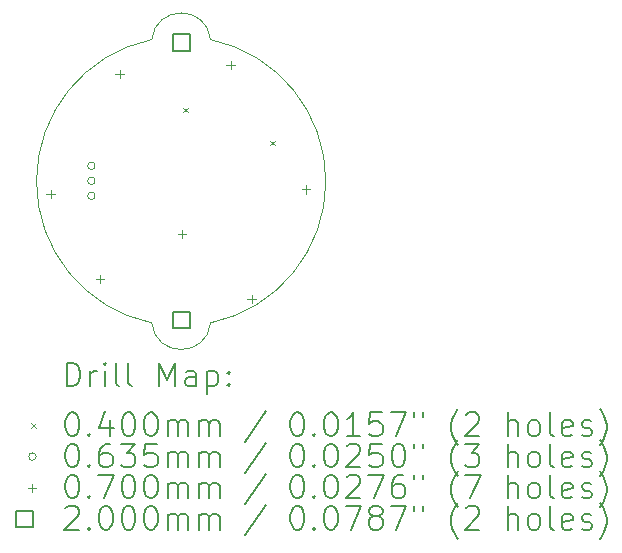
<source format=gbr>
%FSLAX45Y45*%
G04 Gerber Fmt 4.5, Leading zero omitted, Abs format (unit mm)*
G04 Created by KiCad (PCBNEW (6.0.1)) date 2022-03-12 10:24:12*
%MOMM*%
%LPD*%
G01*
G04 APERTURE LIST*
%TA.AperFunction,Profile*%
%ADD10C,0.050000*%
%TD*%
%ADD11C,0.200000*%
%ADD12C,0.040000*%
%ADD13C,0.063500*%
%ADD14C,0.070000*%
G04 APERTURE END LIST*
D10*
X15248695Y-8800510D02*
G75*
G03*
X14751305Y-8800510I-248695J-24490D01*
G01*
X14751305Y-11199490D02*
G75*
G03*
X15248695Y-11199490I248695J24490D01*
G01*
X14751305Y-8800510D02*
G75*
G03*
X14751305Y-11199490I248695J-1199490D01*
G01*
X15248695Y-11199490D02*
G75*
G03*
X15248695Y-8800510I-248695J1199490D01*
G01*
D11*
D12*
X15016800Y-9378000D02*
X15056800Y-9418000D01*
X15056800Y-9378000D02*
X15016800Y-9418000D01*
X15753400Y-9657400D02*
X15793400Y-9697400D01*
X15793400Y-9657400D02*
X15753400Y-9697400D01*
D13*
X14271750Y-9870000D02*
G75*
G03*
X14271750Y-9870000I-31750J0D01*
G01*
X14271750Y-9997000D02*
G75*
G03*
X14271750Y-9997000I-31750J0D01*
G01*
X14271750Y-10124000D02*
G75*
G03*
X14271750Y-10124000I-31750J0D01*
G01*
D14*
X13893800Y-10074200D02*
X13893800Y-10144200D01*
X13858800Y-10109200D02*
X13928800Y-10109200D01*
X14310000Y-10795000D02*
X14310000Y-10865000D01*
X14275000Y-10830000D02*
X14345000Y-10830000D01*
X14478000Y-9058200D02*
X14478000Y-9128200D01*
X14443000Y-9093200D02*
X14513000Y-9093200D01*
X15004700Y-10409400D02*
X15004700Y-10479400D01*
X14969700Y-10444400D02*
X15039700Y-10444400D01*
X15417800Y-8982000D02*
X15417800Y-9052000D01*
X15382800Y-9017000D02*
X15452800Y-9017000D01*
X15595600Y-10963200D02*
X15595600Y-11033200D01*
X15560600Y-10998200D02*
X15630600Y-10998200D01*
X16060000Y-10035000D02*
X16060000Y-10105000D01*
X16025000Y-10070000D02*
X16095000Y-10070000D01*
D11*
X15070711Y-8895711D02*
X15070711Y-8754289D01*
X14929289Y-8754289D01*
X14929289Y-8895711D01*
X15070711Y-8895711D01*
X15070711Y-11245711D02*
X15070711Y-11104289D01*
X14929289Y-11104289D01*
X14929289Y-11245711D01*
X15070711Y-11245711D01*
X14030119Y-11737874D02*
X14030119Y-11537874D01*
X14077738Y-11537874D01*
X14106309Y-11547398D01*
X14125357Y-11566445D01*
X14134881Y-11585493D01*
X14144405Y-11623588D01*
X14144405Y-11652160D01*
X14134881Y-11690255D01*
X14125357Y-11709303D01*
X14106309Y-11728350D01*
X14077738Y-11737874D01*
X14030119Y-11737874D01*
X14230119Y-11737874D02*
X14230119Y-11604541D01*
X14230119Y-11642636D02*
X14239643Y-11623588D01*
X14249167Y-11614064D01*
X14268214Y-11604541D01*
X14287262Y-11604541D01*
X14353928Y-11737874D02*
X14353928Y-11604541D01*
X14353928Y-11537874D02*
X14344405Y-11547398D01*
X14353928Y-11556922D01*
X14363452Y-11547398D01*
X14353928Y-11537874D01*
X14353928Y-11556922D01*
X14477738Y-11737874D02*
X14458690Y-11728350D01*
X14449167Y-11709303D01*
X14449167Y-11537874D01*
X14582500Y-11737874D02*
X14563452Y-11728350D01*
X14553928Y-11709303D01*
X14553928Y-11537874D01*
X14811071Y-11737874D02*
X14811071Y-11537874D01*
X14877738Y-11680731D01*
X14944405Y-11537874D01*
X14944405Y-11737874D01*
X15125357Y-11737874D02*
X15125357Y-11633112D01*
X15115833Y-11614064D01*
X15096786Y-11604541D01*
X15058690Y-11604541D01*
X15039643Y-11614064D01*
X15125357Y-11728350D02*
X15106309Y-11737874D01*
X15058690Y-11737874D01*
X15039643Y-11728350D01*
X15030119Y-11709303D01*
X15030119Y-11690255D01*
X15039643Y-11671207D01*
X15058690Y-11661684D01*
X15106309Y-11661684D01*
X15125357Y-11652160D01*
X15220595Y-11604541D02*
X15220595Y-11804541D01*
X15220595Y-11614064D02*
X15239643Y-11604541D01*
X15277738Y-11604541D01*
X15296786Y-11614064D01*
X15306309Y-11623588D01*
X15315833Y-11642636D01*
X15315833Y-11699779D01*
X15306309Y-11718826D01*
X15296786Y-11728350D01*
X15277738Y-11737874D01*
X15239643Y-11737874D01*
X15220595Y-11728350D01*
X15401548Y-11718826D02*
X15411071Y-11728350D01*
X15401548Y-11737874D01*
X15392024Y-11728350D01*
X15401548Y-11718826D01*
X15401548Y-11737874D01*
X15401548Y-11614064D02*
X15411071Y-11623588D01*
X15401548Y-11633112D01*
X15392024Y-11623588D01*
X15401548Y-11614064D01*
X15401548Y-11633112D01*
D12*
X13732500Y-12047398D02*
X13772500Y-12087398D01*
X13772500Y-12047398D02*
X13732500Y-12087398D01*
D11*
X14068214Y-11957874D02*
X14087262Y-11957874D01*
X14106309Y-11967398D01*
X14115833Y-11976922D01*
X14125357Y-11995969D01*
X14134881Y-12034064D01*
X14134881Y-12081684D01*
X14125357Y-12119779D01*
X14115833Y-12138826D01*
X14106309Y-12148350D01*
X14087262Y-12157874D01*
X14068214Y-12157874D01*
X14049167Y-12148350D01*
X14039643Y-12138826D01*
X14030119Y-12119779D01*
X14020595Y-12081684D01*
X14020595Y-12034064D01*
X14030119Y-11995969D01*
X14039643Y-11976922D01*
X14049167Y-11967398D01*
X14068214Y-11957874D01*
X14220595Y-12138826D02*
X14230119Y-12148350D01*
X14220595Y-12157874D01*
X14211071Y-12148350D01*
X14220595Y-12138826D01*
X14220595Y-12157874D01*
X14401548Y-12024541D02*
X14401548Y-12157874D01*
X14353928Y-11948350D02*
X14306309Y-12091207D01*
X14430119Y-12091207D01*
X14544405Y-11957874D02*
X14563452Y-11957874D01*
X14582500Y-11967398D01*
X14592024Y-11976922D01*
X14601548Y-11995969D01*
X14611071Y-12034064D01*
X14611071Y-12081684D01*
X14601548Y-12119779D01*
X14592024Y-12138826D01*
X14582500Y-12148350D01*
X14563452Y-12157874D01*
X14544405Y-12157874D01*
X14525357Y-12148350D01*
X14515833Y-12138826D01*
X14506309Y-12119779D01*
X14496786Y-12081684D01*
X14496786Y-12034064D01*
X14506309Y-11995969D01*
X14515833Y-11976922D01*
X14525357Y-11967398D01*
X14544405Y-11957874D01*
X14734881Y-11957874D02*
X14753928Y-11957874D01*
X14772976Y-11967398D01*
X14782500Y-11976922D01*
X14792024Y-11995969D01*
X14801548Y-12034064D01*
X14801548Y-12081684D01*
X14792024Y-12119779D01*
X14782500Y-12138826D01*
X14772976Y-12148350D01*
X14753928Y-12157874D01*
X14734881Y-12157874D01*
X14715833Y-12148350D01*
X14706309Y-12138826D01*
X14696786Y-12119779D01*
X14687262Y-12081684D01*
X14687262Y-12034064D01*
X14696786Y-11995969D01*
X14706309Y-11976922D01*
X14715833Y-11967398D01*
X14734881Y-11957874D01*
X14887262Y-12157874D02*
X14887262Y-12024541D01*
X14887262Y-12043588D02*
X14896786Y-12034064D01*
X14915833Y-12024541D01*
X14944405Y-12024541D01*
X14963452Y-12034064D01*
X14972976Y-12053112D01*
X14972976Y-12157874D01*
X14972976Y-12053112D02*
X14982500Y-12034064D01*
X15001548Y-12024541D01*
X15030119Y-12024541D01*
X15049167Y-12034064D01*
X15058690Y-12053112D01*
X15058690Y-12157874D01*
X15153928Y-12157874D02*
X15153928Y-12024541D01*
X15153928Y-12043588D02*
X15163452Y-12034064D01*
X15182500Y-12024541D01*
X15211071Y-12024541D01*
X15230119Y-12034064D01*
X15239643Y-12053112D01*
X15239643Y-12157874D01*
X15239643Y-12053112D02*
X15249167Y-12034064D01*
X15268214Y-12024541D01*
X15296786Y-12024541D01*
X15315833Y-12034064D01*
X15325357Y-12053112D01*
X15325357Y-12157874D01*
X15715833Y-11948350D02*
X15544405Y-12205493D01*
X15972976Y-11957874D02*
X15992024Y-11957874D01*
X16011071Y-11967398D01*
X16020595Y-11976922D01*
X16030119Y-11995969D01*
X16039643Y-12034064D01*
X16039643Y-12081684D01*
X16030119Y-12119779D01*
X16020595Y-12138826D01*
X16011071Y-12148350D01*
X15992024Y-12157874D01*
X15972976Y-12157874D01*
X15953928Y-12148350D01*
X15944405Y-12138826D01*
X15934881Y-12119779D01*
X15925357Y-12081684D01*
X15925357Y-12034064D01*
X15934881Y-11995969D01*
X15944405Y-11976922D01*
X15953928Y-11967398D01*
X15972976Y-11957874D01*
X16125357Y-12138826D02*
X16134881Y-12148350D01*
X16125357Y-12157874D01*
X16115833Y-12148350D01*
X16125357Y-12138826D01*
X16125357Y-12157874D01*
X16258690Y-11957874D02*
X16277738Y-11957874D01*
X16296786Y-11967398D01*
X16306309Y-11976922D01*
X16315833Y-11995969D01*
X16325357Y-12034064D01*
X16325357Y-12081684D01*
X16315833Y-12119779D01*
X16306309Y-12138826D01*
X16296786Y-12148350D01*
X16277738Y-12157874D01*
X16258690Y-12157874D01*
X16239643Y-12148350D01*
X16230119Y-12138826D01*
X16220595Y-12119779D01*
X16211071Y-12081684D01*
X16211071Y-12034064D01*
X16220595Y-11995969D01*
X16230119Y-11976922D01*
X16239643Y-11967398D01*
X16258690Y-11957874D01*
X16515833Y-12157874D02*
X16401548Y-12157874D01*
X16458690Y-12157874D02*
X16458690Y-11957874D01*
X16439643Y-11986445D01*
X16420595Y-12005493D01*
X16401548Y-12015017D01*
X16696786Y-11957874D02*
X16601548Y-11957874D01*
X16592024Y-12053112D01*
X16601548Y-12043588D01*
X16620595Y-12034064D01*
X16668214Y-12034064D01*
X16687262Y-12043588D01*
X16696786Y-12053112D01*
X16706309Y-12072160D01*
X16706309Y-12119779D01*
X16696786Y-12138826D01*
X16687262Y-12148350D01*
X16668214Y-12157874D01*
X16620595Y-12157874D01*
X16601548Y-12148350D01*
X16592024Y-12138826D01*
X16772976Y-11957874D02*
X16906310Y-11957874D01*
X16820595Y-12157874D01*
X16972976Y-11957874D02*
X16972976Y-11995969D01*
X17049167Y-11957874D02*
X17049167Y-11995969D01*
X17344405Y-12234064D02*
X17334881Y-12224541D01*
X17315833Y-12195969D01*
X17306310Y-12176922D01*
X17296786Y-12148350D01*
X17287262Y-12100731D01*
X17287262Y-12062636D01*
X17296786Y-12015017D01*
X17306310Y-11986445D01*
X17315833Y-11967398D01*
X17334881Y-11938826D01*
X17344405Y-11929303D01*
X17411071Y-11976922D02*
X17420595Y-11967398D01*
X17439643Y-11957874D01*
X17487262Y-11957874D01*
X17506310Y-11967398D01*
X17515833Y-11976922D01*
X17525357Y-11995969D01*
X17525357Y-12015017D01*
X17515833Y-12043588D01*
X17401548Y-12157874D01*
X17525357Y-12157874D01*
X17763452Y-12157874D02*
X17763452Y-11957874D01*
X17849167Y-12157874D02*
X17849167Y-12053112D01*
X17839643Y-12034064D01*
X17820595Y-12024541D01*
X17792024Y-12024541D01*
X17772976Y-12034064D01*
X17763452Y-12043588D01*
X17972976Y-12157874D02*
X17953929Y-12148350D01*
X17944405Y-12138826D01*
X17934881Y-12119779D01*
X17934881Y-12062636D01*
X17944405Y-12043588D01*
X17953929Y-12034064D01*
X17972976Y-12024541D01*
X18001548Y-12024541D01*
X18020595Y-12034064D01*
X18030119Y-12043588D01*
X18039643Y-12062636D01*
X18039643Y-12119779D01*
X18030119Y-12138826D01*
X18020595Y-12148350D01*
X18001548Y-12157874D01*
X17972976Y-12157874D01*
X18153929Y-12157874D02*
X18134881Y-12148350D01*
X18125357Y-12129303D01*
X18125357Y-11957874D01*
X18306310Y-12148350D02*
X18287262Y-12157874D01*
X18249167Y-12157874D01*
X18230119Y-12148350D01*
X18220595Y-12129303D01*
X18220595Y-12053112D01*
X18230119Y-12034064D01*
X18249167Y-12024541D01*
X18287262Y-12024541D01*
X18306310Y-12034064D01*
X18315833Y-12053112D01*
X18315833Y-12072160D01*
X18220595Y-12091207D01*
X18392024Y-12148350D02*
X18411071Y-12157874D01*
X18449167Y-12157874D01*
X18468214Y-12148350D01*
X18477738Y-12129303D01*
X18477738Y-12119779D01*
X18468214Y-12100731D01*
X18449167Y-12091207D01*
X18420595Y-12091207D01*
X18401548Y-12081684D01*
X18392024Y-12062636D01*
X18392024Y-12053112D01*
X18401548Y-12034064D01*
X18420595Y-12024541D01*
X18449167Y-12024541D01*
X18468214Y-12034064D01*
X18544405Y-12234064D02*
X18553929Y-12224541D01*
X18572976Y-12195969D01*
X18582500Y-12176922D01*
X18592024Y-12148350D01*
X18601548Y-12100731D01*
X18601548Y-12062636D01*
X18592024Y-12015017D01*
X18582500Y-11986445D01*
X18572976Y-11967398D01*
X18553929Y-11938826D01*
X18544405Y-11929303D01*
D13*
X13772500Y-12331398D02*
G75*
G03*
X13772500Y-12331398I-31750J0D01*
G01*
D11*
X14068214Y-12221874D02*
X14087262Y-12221874D01*
X14106309Y-12231398D01*
X14115833Y-12240922D01*
X14125357Y-12259969D01*
X14134881Y-12298064D01*
X14134881Y-12345684D01*
X14125357Y-12383779D01*
X14115833Y-12402826D01*
X14106309Y-12412350D01*
X14087262Y-12421874D01*
X14068214Y-12421874D01*
X14049167Y-12412350D01*
X14039643Y-12402826D01*
X14030119Y-12383779D01*
X14020595Y-12345684D01*
X14020595Y-12298064D01*
X14030119Y-12259969D01*
X14039643Y-12240922D01*
X14049167Y-12231398D01*
X14068214Y-12221874D01*
X14220595Y-12402826D02*
X14230119Y-12412350D01*
X14220595Y-12421874D01*
X14211071Y-12412350D01*
X14220595Y-12402826D01*
X14220595Y-12421874D01*
X14401548Y-12221874D02*
X14363452Y-12221874D01*
X14344405Y-12231398D01*
X14334881Y-12240922D01*
X14315833Y-12269493D01*
X14306309Y-12307588D01*
X14306309Y-12383779D01*
X14315833Y-12402826D01*
X14325357Y-12412350D01*
X14344405Y-12421874D01*
X14382500Y-12421874D01*
X14401548Y-12412350D01*
X14411071Y-12402826D01*
X14420595Y-12383779D01*
X14420595Y-12336160D01*
X14411071Y-12317112D01*
X14401548Y-12307588D01*
X14382500Y-12298064D01*
X14344405Y-12298064D01*
X14325357Y-12307588D01*
X14315833Y-12317112D01*
X14306309Y-12336160D01*
X14487262Y-12221874D02*
X14611071Y-12221874D01*
X14544405Y-12298064D01*
X14572976Y-12298064D01*
X14592024Y-12307588D01*
X14601548Y-12317112D01*
X14611071Y-12336160D01*
X14611071Y-12383779D01*
X14601548Y-12402826D01*
X14592024Y-12412350D01*
X14572976Y-12421874D01*
X14515833Y-12421874D01*
X14496786Y-12412350D01*
X14487262Y-12402826D01*
X14792024Y-12221874D02*
X14696786Y-12221874D01*
X14687262Y-12317112D01*
X14696786Y-12307588D01*
X14715833Y-12298064D01*
X14763452Y-12298064D01*
X14782500Y-12307588D01*
X14792024Y-12317112D01*
X14801548Y-12336160D01*
X14801548Y-12383779D01*
X14792024Y-12402826D01*
X14782500Y-12412350D01*
X14763452Y-12421874D01*
X14715833Y-12421874D01*
X14696786Y-12412350D01*
X14687262Y-12402826D01*
X14887262Y-12421874D02*
X14887262Y-12288541D01*
X14887262Y-12307588D02*
X14896786Y-12298064D01*
X14915833Y-12288541D01*
X14944405Y-12288541D01*
X14963452Y-12298064D01*
X14972976Y-12317112D01*
X14972976Y-12421874D01*
X14972976Y-12317112D02*
X14982500Y-12298064D01*
X15001548Y-12288541D01*
X15030119Y-12288541D01*
X15049167Y-12298064D01*
X15058690Y-12317112D01*
X15058690Y-12421874D01*
X15153928Y-12421874D02*
X15153928Y-12288541D01*
X15153928Y-12307588D02*
X15163452Y-12298064D01*
X15182500Y-12288541D01*
X15211071Y-12288541D01*
X15230119Y-12298064D01*
X15239643Y-12317112D01*
X15239643Y-12421874D01*
X15239643Y-12317112D02*
X15249167Y-12298064D01*
X15268214Y-12288541D01*
X15296786Y-12288541D01*
X15315833Y-12298064D01*
X15325357Y-12317112D01*
X15325357Y-12421874D01*
X15715833Y-12212350D02*
X15544405Y-12469493D01*
X15972976Y-12221874D02*
X15992024Y-12221874D01*
X16011071Y-12231398D01*
X16020595Y-12240922D01*
X16030119Y-12259969D01*
X16039643Y-12298064D01*
X16039643Y-12345684D01*
X16030119Y-12383779D01*
X16020595Y-12402826D01*
X16011071Y-12412350D01*
X15992024Y-12421874D01*
X15972976Y-12421874D01*
X15953928Y-12412350D01*
X15944405Y-12402826D01*
X15934881Y-12383779D01*
X15925357Y-12345684D01*
X15925357Y-12298064D01*
X15934881Y-12259969D01*
X15944405Y-12240922D01*
X15953928Y-12231398D01*
X15972976Y-12221874D01*
X16125357Y-12402826D02*
X16134881Y-12412350D01*
X16125357Y-12421874D01*
X16115833Y-12412350D01*
X16125357Y-12402826D01*
X16125357Y-12421874D01*
X16258690Y-12221874D02*
X16277738Y-12221874D01*
X16296786Y-12231398D01*
X16306309Y-12240922D01*
X16315833Y-12259969D01*
X16325357Y-12298064D01*
X16325357Y-12345684D01*
X16315833Y-12383779D01*
X16306309Y-12402826D01*
X16296786Y-12412350D01*
X16277738Y-12421874D01*
X16258690Y-12421874D01*
X16239643Y-12412350D01*
X16230119Y-12402826D01*
X16220595Y-12383779D01*
X16211071Y-12345684D01*
X16211071Y-12298064D01*
X16220595Y-12259969D01*
X16230119Y-12240922D01*
X16239643Y-12231398D01*
X16258690Y-12221874D01*
X16401548Y-12240922D02*
X16411071Y-12231398D01*
X16430119Y-12221874D01*
X16477738Y-12221874D01*
X16496786Y-12231398D01*
X16506309Y-12240922D01*
X16515833Y-12259969D01*
X16515833Y-12279017D01*
X16506309Y-12307588D01*
X16392024Y-12421874D01*
X16515833Y-12421874D01*
X16696786Y-12221874D02*
X16601548Y-12221874D01*
X16592024Y-12317112D01*
X16601548Y-12307588D01*
X16620595Y-12298064D01*
X16668214Y-12298064D01*
X16687262Y-12307588D01*
X16696786Y-12317112D01*
X16706309Y-12336160D01*
X16706309Y-12383779D01*
X16696786Y-12402826D01*
X16687262Y-12412350D01*
X16668214Y-12421874D01*
X16620595Y-12421874D01*
X16601548Y-12412350D01*
X16592024Y-12402826D01*
X16830119Y-12221874D02*
X16849167Y-12221874D01*
X16868214Y-12231398D01*
X16877738Y-12240922D01*
X16887262Y-12259969D01*
X16896786Y-12298064D01*
X16896786Y-12345684D01*
X16887262Y-12383779D01*
X16877738Y-12402826D01*
X16868214Y-12412350D01*
X16849167Y-12421874D01*
X16830119Y-12421874D01*
X16811071Y-12412350D01*
X16801548Y-12402826D01*
X16792024Y-12383779D01*
X16782500Y-12345684D01*
X16782500Y-12298064D01*
X16792024Y-12259969D01*
X16801548Y-12240922D01*
X16811071Y-12231398D01*
X16830119Y-12221874D01*
X16972976Y-12221874D02*
X16972976Y-12259969D01*
X17049167Y-12221874D02*
X17049167Y-12259969D01*
X17344405Y-12498064D02*
X17334881Y-12488541D01*
X17315833Y-12459969D01*
X17306310Y-12440922D01*
X17296786Y-12412350D01*
X17287262Y-12364731D01*
X17287262Y-12326636D01*
X17296786Y-12279017D01*
X17306310Y-12250445D01*
X17315833Y-12231398D01*
X17334881Y-12202826D01*
X17344405Y-12193303D01*
X17401548Y-12221874D02*
X17525357Y-12221874D01*
X17458690Y-12298064D01*
X17487262Y-12298064D01*
X17506310Y-12307588D01*
X17515833Y-12317112D01*
X17525357Y-12336160D01*
X17525357Y-12383779D01*
X17515833Y-12402826D01*
X17506310Y-12412350D01*
X17487262Y-12421874D01*
X17430119Y-12421874D01*
X17411071Y-12412350D01*
X17401548Y-12402826D01*
X17763452Y-12421874D02*
X17763452Y-12221874D01*
X17849167Y-12421874D02*
X17849167Y-12317112D01*
X17839643Y-12298064D01*
X17820595Y-12288541D01*
X17792024Y-12288541D01*
X17772976Y-12298064D01*
X17763452Y-12307588D01*
X17972976Y-12421874D02*
X17953929Y-12412350D01*
X17944405Y-12402826D01*
X17934881Y-12383779D01*
X17934881Y-12326636D01*
X17944405Y-12307588D01*
X17953929Y-12298064D01*
X17972976Y-12288541D01*
X18001548Y-12288541D01*
X18020595Y-12298064D01*
X18030119Y-12307588D01*
X18039643Y-12326636D01*
X18039643Y-12383779D01*
X18030119Y-12402826D01*
X18020595Y-12412350D01*
X18001548Y-12421874D01*
X17972976Y-12421874D01*
X18153929Y-12421874D02*
X18134881Y-12412350D01*
X18125357Y-12393303D01*
X18125357Y-12221874D01*
X18306310Y-12412350D02*
X18287262Y-12421874D01*
X18249167Y-12421874D01*
X18230119Y-12412350D01*
X18220595Y-12393303D01*
X18220595Y-12317112D01*
X18230119Y-12298064D01*
X18249167Y-12288541D01*
X18287262Y-12288541D01*
X18306310Y-12298064D01*
X18315833Y-12317112D01*
X18315833Y-12336160D01*
X18220595Y-12355207D01*
X18392024Y-12412350D02*
X18411071Y-12421874D01*
X18449167Y-12421874D01*
X18468214Y-12412350D01*
X18477738Y-12393303D01*
X18477738Y-12383779D01*
X18468214Y-12364731D01*
X18449167Y-12355207D01*
X18420595Y-12355207D01*
X18401548Y-12345684D01*
X18392024Y-12326636D01*
X18392024Y-12317112D01*
X18401548Y-12298064D01*
X18420595Y-12288541D01*
X18449167Y-12288541D01*
X18468214Y-12298064D01*
X18544405Y-12498064D02*
X18553929Y-12488541D01*
X18572976Y-12459969D01*
X18582500Y-12440922D01*
X18592024Y-12412350D01*
X18601548Y-12364731D01*
X18601548Y-12326636D01*
X18592024Y-12279017D01*
X18582500Y-12250445D01*
X18572976Y-12231398D01*
X18553929Y-12202826D01*
X18544405Y-12193303D01*
D14*
X13737500Y-12560398D02*
X13737500Y-12630398D01*
X13702500Y-12595398D02*
X13772500Y-12595398D01*
D11*
X14068214Y-12485874D02*
X14087262Y-12485874D01*
X14106309Y-12495398D01*
X14115833Y-12504922D01*
X14125357Y-12523969D01*
X14134881Y-12562064D01*
X14134881Y-12609684D01*
X14125357Y-12647779D01*
X14115833Y-12666826D01*
X14106309Y-12676350D01*
X14087262Y-12685874D01*
X14068214Y-12685874D01*
X14049167Y-12676350D01*
X14039643Y-12666826D01*
X14030119Y-12647779D01*
X14020595Y-12609684D01*
X14020595Y-12562064D01*
X14030119Y-12523969D01*
X14039643Y-12504922D01*
X14049167Y-12495398D01*
X14068214Y-12485874D01*
X14220595Y-12666826D02*
X14230119Y-12676350D01*
X14220595Y-12685874D01*
X14211071Y-12676350D01*
X14220595Y-12666826D01*
X14220595Y-12685874D01*
X14296786Y-12485874D02*
X14430119Y-12485874D01*
X14344405Y-12685874D01*
X14544405Y-12485874D02*
X14563452Y-12485874D01*
X14582500Y-12495398D01*
X14592024Y-12504922D01*
X14601548Y-12523969D01*
X14611071Y-12562064D01*
X14611071Y-12609684D01*
X14601548Y-12647779D01*
X14592024Y-12666826D01*
X14582500Y-12676350D01*
X14563452Y-12685874D01*
X14544405Y-12685874D01*
X14525357Y-12676350D01*
X14515833Y-12666826D01*
X14506309Y-12647779D01*
X14496786Y-12609684D01*
X14496786Y-12562064D01*
X14506309Y-12523969D01*
X14515833Y-12504922D01*
X14525357Y-12495398D01*
X14544405Y-12485874D01*
X14734881Y-12485874D02*
X14753928Y-12485874D01*
X14772976Y-12495398D01*
X14782500Y-12504922D01*
X14792024Y-12523969D01*
X14801548Y-12562064D01*
X14801548Y-12609684D01*
X14792024Y-12647779D01*
X14782500Y-12666826D01*
X14772976Y-12676350D01*
X14753928Y-12685874D01*
X14734881Y-12685874D01*
X14715833Y-12676350D01*
X14706309Y-12666826D01*
X14696786Y-12647779D01*
X14687262Y-12609684D01*
X14687262Y-12562064D01*
X14696786Y-12523969D01*
X14706309Y-12504922D01*
X14715833Y-12495398D01*
X14734881Y-12485874D01*
X14887262Y-12685874D02*
X14887262Y-12552541D01*
X14887262Y-12571588D02*
X14896786Y-12562064D01*
X14915833Y-12552541D01*
X14944405Y-12552541D01*
X14963452Y-12562064D01*
X14972976Y-12581112D01*
X14972976Y-12685874D01*
X14972976Y-12581112D02*
X14982500Y-12562064D01*
X15001548Y-12552541D01*
X15030119Y-12552541D01*
X15049167Y-12562064D01*
X15058690Y-12581112D01*
X15058690Y-12685874D01*
X15153928Y-12685874D02*
X15153928Y-12552541D01*
X15153928Y-12571588D02*
X15163452Y-12562064D01*
X15182500Y-12552541D01*
X15211071Y-12552541D01*
X15230119Y-12562064D01*
X15239643Y-12581112D01*
X15239643Y-12685874D01*
X15239643Y-12581112D02*
X15249167Y-12562064D01*
X15268214Y-12552541D01*
X15296786Y-12552541D01*
X15315833Y-12562064D01*
X15325357Y-12581112D01*
X15325357Y-12685874D01*
X15715833Y-12476350D02*
X15544405Y-12733493D01*
X15972976Y-12485874D02*
X15992024Y-12485874D01*
X16011071Y-12495398D01*
X16020595Y-12504922D01*
X16030119Y-12523969D01*
X16039643Y-12562064D01*
X16039643Y-12609684D01*
X16030119Y-12647779D01*
X16020595Y-12666826D01*
X16011071Y-12676350D01*
X15992024Y-12685874D01*
X15972976Y-12685874D01*
X15953928Y-12676350D01*
X15944405Y-12666826D01*
X15934881Y-12647779D01*
X15925357Y-12609684D01*
X15925357Y-12562064D01*
X15934881Y-12523969D01*
X15944405Y-12504922D01*
X15953928Y-12495398D01*
X15972976Y-12485874D01*
X16125357Y-12666826D02*
X16134881Y-12676350D01*
X16125357Y-12685874D01*
X16115833Y-12676350D01*
X16125357Y-12666826D01*
X16125357Y-12685874D01*
X16258690Y-12485874D02*
X16277738Y-12485874D01*
X16296786Y-12495398D01*
X16306309Y-12504922D01*
X16315833Y-12523969D01*
X16325357Y-12562064D01*
X16325357Y-12609684D01*
X16315833Y-12647779D01*
X16306309Y-12666826D01*
X16296786Y-12676350D01*
X16277738Y-12685874D01*
X16258690Y-12685874D01*
X16239643Y-12676350D01*
X16230119Y-12666826D01*
X16220595Y-12647779D01*
X16211071Y-12609684D01*
X16211071Y-12562064D01*
X16220595Y-12523969D01*
X16230119Y-12504922D01*
X16239643Y-12495398D01*
X16258690Y-12485874D01*
X16401548Y-12504922D02*
X16411071Y-12495398D01*
X16430119Y-12485874D01*
X16477738Y-12485874D01*
X16496786Y-12495398D01*
X16506309Y-12504922D01*
X16515833Y-12523969D01*
X16515833Y-12543017D01*
X16506309Y-12571588D01*
X16392024Y-12685874D01*
X16515833Y-12685874D01*
X16582500Y-12485874D02*
X16715833Y-12485874D01*
X16630119Y-12685874D01*
X16877738Y-12485874D02*
X16839643Y-12485874D01*
X16820595Y-12495398D01*
X16811071Y-12504922D01*
X16792024Y-12533493D01*
X16782500Y-12571588D01*
X16782500Y-12647779D01*
X16792024Y-12666826D01*
X16801548Y-12676350D01*
X16820595Y-12685874D01*
X16858690Y-12685874D01*
X16877738Y-12676350D01*
X16887262Y-12666826D01*
X16896786Y-12647779D01*
X16896786Y-12600160D01*
X16887262Y-12581112D01*
X16877738Y-12571588D01*
X16858690Y-12562064D01*
X16820595Y-12562064D01*
X16801548Y-12571588D01*
X16792024Y-12581112D01*
X16782500Y-12600160D01*
X16972976Y-12485874D02*
X16972976Y-12523969D01*
X17049167Y-12485874D02*
X17049167Y-12523969D01*
X17344405Y-12762064D02*
X17334881Y-12752541D01*
X17315833Y-12723969D01*
X17306310Y-12704922D01*
X17296786Y-12676350D01*
X17287262Y-12628731D01*
X17287262Y-12590636D01*
X17296786Y-12543017D01*
X17306310Y-12514445D01*
X17315833Y-12495398D01*
X17334881Y-12466826D01*
X17344405Y-12457303D01*
X17401548Y-12485874D02*
X17534881Y-12485874D01*
X17449167Y-12685874D01*
X17763452Y-12685874D02*
X17763452Y-12485874D01*
X17849167Y-12685874D02*
X17849167Y-12581112D01*
X17839643Y-12562064D01*
X17820595Y-12552541D01*
X17792024Y-12552541D01*
X17772976Y-12562064D01*
X17763452Y-12571588D01*
X17972976Y-12685874D02*
X17953929Y-12676350D01*
X17944405Y-12666826D01*
X17934881Y-12647779D01*
X17934881Y-12590636D01*
X17944405Y-12571588D01*
X17953929Y-12562064D01*
X17972976Y-12552541D01*
X18001548Y-12552541D01*
X18020595Y-12562064D01*
X18030119Y-12571588D01*
X18039643Y-12590636D01*
X18039643Y-12647779D01*
X18030119Y-12666826D01*
X18020595Y-12676350D01*
X18001548Y-12685874D01*
X17972976Y-12685874D01*
X18153929Y-12685874D02*
X18134881Y-12676350D01*
X18125357Y-12657303D01*
X18125357Y-12485874D01*
X18306310Y-12676350D02*
X18287262Y-12685874D01*
X18249167Y-12685874D01*
X18230119Y-12676350D01*
X18220595Y-12657303D01*
X18220595Y-12581112D01*
X18230119Y-12562064D01*
X18249167Y-12552541D01*
X18287262Y-12552541D01*
X18306310Y-12562064D01*
X18315833Y-12581112D01*
X18315833Y-12600160D01*
X18220595Y-12619207D01*
X18392024Y-12676350D02*
X18411071Y-12685874D01*
X18449167Y-12685874D01*
X18468214Y-12676350D01*
X18477738Y-12657303D01*
X18477738Y-12647779D01*
X18468214Y-12628731D01*
X18449167Y-12619207D01*
X18420595Y-12619207D01*
X18401548Y-12609684D01*
X18392024Y-12590636D01*
X18392024Y-12581112D01*
X18401548Y-12562064D01*
X18420595Y-12552541D01*
X18449167Y-12552541D01*
X18468214Y-12562064D01*
X18544405Y-12762064D02*
X18553929Y-12752541D01*
X18572976Y-12723969D01*
X18582500Y-12704922D01*
X18592024Y-12676350D01*
X18601548Y-12628731D01*
X18601548Y-12590636D01*
X18592024Y-12543017D01*
X18582500Y-12514445D01*
X18572976Y-12495398D01*
X18553929Y-12466826D01*
X18544405Y-12457303D01*
X13743211Y-12930109D02*
X13743211Y-12788686D01*
X13601789Y-12788686D01*
X13601789Y-12930109D01*
X13743211Y-12930109D01*
X14020595Y-12768922D02*
X14030119Y-12759398D01*
X14049167Y-12749874D01*
X14096786Y-12749874D01*
X14115833Y-12759398D01*
X14125357Y-12768922D01*
X14134881Y-12787969D01*
X14134881Y-12807017D01*
X14125357Y-12835588D01*
X14011071Y-12949874D01*
X14134881Y-12949874D01*
X14220595Y-12930826D02*
X14230119Y-12940350D01*
X14220595Y-12949874D01*
X14211071Y-12940350D01*
X14220595Y-12930826D01*
X14220595Y-12949874D01*
X14353928Y-12749874D02*
X14372976Y-12749874D01*
X14392024Y-12759398D01*
X14401548Y-12768922D01*
X14411071Y-12787969D01*
X14420595Y-12826064D01*
X14420595Y-12873684D01*
X14411071Y-12911779D01*
X14401548Y-12930826D01*
X14392024Y-12940350D01*
X14372976Y-12949874D01*
X14353928Y-12949874D01*
X14334881Y-12940350D01*
X14325357Y-12930826D01*
X14315833Y-12911779D01*
X14306309Y-12873684D01*
X14306309Y-12826064D01*
X14315833Y-12787969D01*
X14325357Y-12768922D01*
X14334881Y-12759398D01*
X14353928Y-12749874D01*
X14544405Y-12749874D02*
X14563452Y-12749874D01*
X14582500Y-12759398D01*
X14592024Y-12768922D01*
X14601548Y-12787969D01*
X14611071Y-12826064D01*
X14611071Y-12873684D01*
X14601548Y-12911779D01*
X14592024Y-12930826D01*
X14582500Y-12940350D01*
X14563452Y-12949874D01*
X14544405Y-12949874D01*
X14525357Y-12940350D01*
X14515833Y-12930826D01*
X14506309Y-12911779D01*
X14496786Y-12873684D01*
X14496786Y-12826064D01*
X14506309Y-12787969D01*
X14515833Y-12768922D01*
X14525357Y-12759398D01*
X14544405Y-12749874D01*
X14734881Y-12749874D02*
X14753928Y-12749874D01*
X14772976Y-12759398D01*
X14782500Y-12768922D01*
X14792024Y-12787969D01*
X14801548Y-12826064D01*
X14801548Y-12873684D01*
X14792024Y-12911779D01*
X14782500Y-12930826D01*
X14772976Y-12940350D01*
X14753928Y-12949874D01*
X14734881Y-12949874D01*
X14715833Y-12940350D01*
X14706309Y-12930826D01*
X14696786Y-12911779D01*
X14687262Y-12873684D01*
X14687262Y-12826064D01*
X14696786Y-12787969D01*
X14706309Y-12768922D01*
X14715833Y-12759398D01*
X14734881Y-12749874D01*
X14887262Y-12949874D02*
X14887262Y-12816541D01*
X14887262Y-12835588D02*
X14896786Y-12826064D01*
X14915833Y-12816541D01*
X14944405Y-12816541D01*
X14963452Y-12826064D01*
X14972976Y-12845112D01*
X14972976Y-12949874D01*
X14972976Y-12845112D02*
X14982500Y-12826064D01*
X15001548Y-12816541D01*
X15030119Y-12816541D01*
X15049167Y-12826064D01*
X15058690Y-12845112D01*
X15058690Y-12949874D01*
X15153928Y-12949874D02*
X15153928Y-12816541D01*
X15153928Y-12835588D02*
X15163452Y-12826064D01*
X15182500Y-12816541D01*
X15211071Y-12816541D01*
X15230119Y-12826064D01*
X15239643Y-12845112D01*
X15239643Y-12949874D01*
X15239643Y-12845112D02*
X15249167Y-12826064D01*
X15268214Y-12816541D01*
X15296786Y-12816541D01*
X15315833Y-12826064D01*
X15325357Y-12845112D01*
X15325357Y-12949874D01*
X15715833Y-12740350D02*
X15544405Y-12997493D01*
X15972976Y-12749874D02*
X15992024Y-12749874D01*
X16011071Y-12759398D01*
X16020595Y-12768922D01*
X16030119Y-12787969D01*
X16039643Y-12826064D01*
X16039643Y-12873684D01*
X16030119Y-12911779D01*
X16020595Y-12930826D01*
X16011071Y-12940350D01*
X15992024Y-12949874D01*
X15972976Y-12949874D01*
X15953928Y-12940350D01*
X15944405Y-12930826D01*
X15934881Y-12911779D01*
X15925357Y-12873684D01*
X15925357Y-12826064D01*
X15934881Y-12787969D01*
X15944405Y-12768922D01*
X15953928Y-12759398D01*
X15972976Y-12749874D01*
X16125357Y-12930826D02*
X16134881Y-12940350D01*
X16125357Y-12949874D01*
X16115833Y-12940350D01*
X16125357Y-12930826D01*
X16125357Y-12949874D01*
X16258690Y-12749874D02*
X16277738Y-12749874D01*
X16296786Y-12759398D01*
X16306309Y-12768922D01*
X16315833Y-12787969D01*
X16325357Y-12826064D01*
X16325357Y-12873684D01*
X16315833Y-12911779D01*
X16306309Y-12930826D01*
X16296786Y-12940350D01*
X16277738Y-12949874D01*
X16258690Y-12949874D01*
X16239643Y-12940350D01*
X16230119Y-12930826D01*
X16220595Y-12911779D01*
X16211071Y-12873684D01*
X16211071Y-12826064D01*
X16220595Y-12787969D01*
X16230119Y-12768922D01*
X16239643Y-12759398D01*
X16258690Y-12749874D01*
X16392024Y-12749874D02*
X16525357Y-12749874D01*
X16439643Y-12949874D01*
X16630119Y-12835588D02*
X16611071Y-12826064D01*
X16601548Y-12816541D01*
X16592024Y-12797493D01*
X16592024Y-12787969D01*
X16601548Y-12768922D01*
X16611071Y-12759398D01*
X16630119Y-12749874D01*
X16668214Y-12749874D01*
X16687262Y-12759398D01*
X16696786Y-12768922D01*
X16706309Y-12787969D01*
X16706309Y-12797493D01*
X16696786Y-12816541D01*
X16687262Y-12826064D01*
X16668214Y-12835588D01*
X16630119Y-12835588D01*
X16611071Y-12845112D01*
X16601548Y-12854636D01*
X16592024Y-12873684D01*
X16592024Y-12911779D01*
X16601548Y-12930826D01*
X16611071Y-12940350D01*
X16630119Y-12949874D01*
X16668214Y-12949874D01*
X16687262Y-12940350D01*
X16696786Y-12930826D01*
X16706309Y-12911779D01*
X16706309Y-12873684D01*
X16696786Y-12854636D01*
X16687262Y-12845112D01*
X16668214Y-12835588D01*
X16772976Y-12749874D02*
X16906310Y-12749874D01*
X16820595Y-12949874D01*
X16972976Y-12749874D02*
X16972976Y-12787969D01*
X17049167Y-12749874D02*
X17049167Y-12787969D01*
X17344405Y-13026064D02*
X17334881Y-13016541D01*
X17315833Y-12987969D01*
X17306310Y-12968922D01*
X17296786Y-12940350D01*
X17287262Y-12892731D01*
X17287262Y-12854636D01*
X17296786Y-12807017D01*
X17306310Y-12778445D01*
X17315833Y-12759398D01*
X17334881Y-12730826D01*
X17344405Y-12721303D01*
X17411071Y-12768922D02*
X17420595Y-12759398D01*
X17439643Y-12749874D01*
X17487262Y-12749874D01*
X17506310Y-12759398D01*
X17515833Y-12768922D01*
X17525357Y-12787969D01*
X17525357Y-12807017D01*
X17515833Y-12835588D01*
X17401548Y-12949874D01*
X17525357Y-12949874D01*
X17763452Y-12949874D02*
X17763452Y-12749874D01*
X17849167Y-12949874D02*
X17849167Y-12845112D01*
X17839643Y-12826064D01*
X17820595Y-12816541D01*
X17792024Y-12816541D01*
X17772976Y-12826064D01*
X17763452Y-12835588D01*
X17972976Y-12949874D02*
X17953929Y-12940350D01*
X17944405Y-12930826D01*
X17934881Y-12911779D01*
X17934881Y-12854636D01*
X17944405Y-12835588D01*
X17953929Y-12826064D01*
X17972976Y-12816541D01*
X18001548Y-12816541D01*
X18020595Y-12826064D01*
X18030119Y-12835588D01*
X18039643Y-12854636D01*
X18039643Y-12911779D01*
X18030119Y-12930826D01*
X18020595Y-12940350D01*
X18001548Y-12949874D01*
X17972976Y-12949874D01*
X18153929Y-12949874D02*
X18134881Y-12940350D01*
X18125357Y-12921303D01*
X18125357Y-12749874D01*
X18306310Y-12940350D02*
X18287262Y-12949874D01*
X18249167Y-12949874D01*
X18230119Y-12940350D01*
X18220595Y-12921303D01*
X18220595Y-12845112D01*
X18230119Y-12826064D01*
X18249167Y-12816541D01*
X18287262Y-12816541D01*
X18306310Y-12826064D01*
X18315833Y-12845112D01*
X18315833Y-12864160D01*
X18220595Y-12883207D01*
X18392024Y-12940350D02*
X18411071Y-12949874D01*
X18449167Y-12949874D01*
X18468214Y-12940350D01*
X18477738Y-12921303D01*
X18477738Y-12911779D01*
X18468214Y-12892731D01*
X18449167Y-12883207D01*
X18420595Y-12883207D01*
X18401548Y-12873684D01*
X18392024Y-12854636D01*
X18392024Y-12845112D01*
X18401548Y-12826064D01*
X18420595Y-12816541D01*
X18449167Y-12816541D01*
X18468214Y-12826064D01*
X18544405Y-13026064D02*
X18553929Y-13016541D01*
X18572976Y-12987969D01*
X18582500Y-12968922D01*
X18592024Y-12940350D01*
X18601548Y-12892731D01*
X18601548Y-12854636D01*
X18592024Y-12807017D01*
X18582500Y-12778445D01*
X18572976Y-12759398D01*
X18553929Y-12730826D01*
X18544405Y-12721303D01*
M02*

</source>
